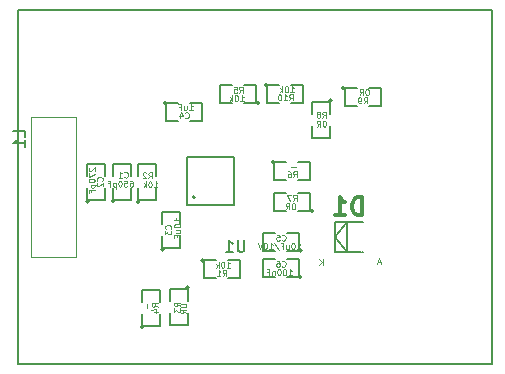
<source format=gbr>
G04 #@! TF.GenerationSoftware,KiCad,Pcbnew,(5.0.0-rc2-dev-130-g0bdae22af)*
G04 #@! TF.CreationDate,2018-03-09T09:21:28+01:00*
G04 #@! TF.ProjectId,LIGHTNING01A,4C494748544E494E473031412E6B6963,01A*
G04 #@! TF.SameCoordinates,Original*
G04 #@! TF.FileFunction,Legend,Bot*
G04 #@! TF.FilePolarity,Positive*
%FSLAX46Y46*%
G04 Gerber Fmt 4.6, Leading zero omitted, Abs format (unit mm)*
G04 Created by KiCad (PCBNEW (5.0.0-rc2-dev-130-g0bdae22af)) date 03/09/18 09:21:28*
%MOMM*%
%LPD*%
G01*
G04 APERTURE LIST*
%ADD10C,0.200000*%
%ADD11C,0.150000*%
%ADD12C,0.120000*%
%ADD13C,0.109220*%
%ADD14C,0.304800*%
%ADD15C,0.099060*%
G04 APERTURE END LIST*
D10*
X137160000Y-87630000D02*
X177292000Y-87630000D01*
X137160000Y-117602000D02*
X137160000Y-87630000D01*
X177292000Y-117602000D02*
X137160000Y-117602000D01*
X177292000Y-87630000D02*
X177292000Y-117602000D01*
D11*
X152129137Y-103508000D02*
G75*
G03X152129137Y-103508000I-113137J0D01*
G01*
X151416000Y-104108000D02*
X155416000Y-104108000D01*
X155416000Y-104108000D02*
X155416000Y-100108000D01*
X155416000Y-100108000D02*
X151416000Y-100108000D01*
X151416000Y-100108000D02*
X151416000Y-104108000D01*
X145161000Y-100647500D02*
X145161000Y-101663500D01*
X146685000Y-100647500D02*
X145161000Y-100647500D01*
X146685000Y-101663500D02*
X146685000Y-100647500D01*
X146685000Y-103695500D02*
X146685000Y-102679500D01*
X145161000Y-103695500D02*
X146685000Y-103695500D01*
X145161000Y-102679500D02*
X145161000Y-103695500D01*
X145288000Y-103822500D02*
G75*
G03X145288000Y-103822500I-127000J0D01*
G01*
X143002000Y-100647500D02*
X143002000Y-101663500D01*
X144526000Y-100647500D02*
X143002000Y-100647500D01*
X144526000Y-101663500D02*
X144526000Y-100647500D01*
X144526000Y-103695500D02*
X144526000Y-102679500D01*
X143002000Y-103695500D02*
X144526000Y-103695500D01*
X143002000Y-102679500D02*
X143002000Y-103695500D01*
X143129000Y-103822500D02*
G75*
G03X143129000Y-103822500I-127000J0D01*
G01*
X149352000Y-104711500D02*
X149352000Y-105727500D01*
X150876000Y-104711500D02*
X149352000Y-104711500D01*
X150876000Y-105727500D02*
X150876000Y-104711500D01*
X150876000Y-107759500D02*
X150876000Y-106743500D01*
X149352000Y-107759500D02*
X150876000Y-107759500D01*
X149352000Y-106743500D02*
X149352000Y-107759500D01*
X149479000Y-107886500D02*
G75*
G03X149479000Y-107886500I-127000J0D01*
G01*
X152717500Y-95504000D02*
X151701500Y-95504000D01*
X152717500Y-97028000D02*
X152717500Y-95504000D01*
X151701500Y-97028000D02*
X152717500Y-97028000D01*
X149669500Y-97028000D02*
X150685500Y-97028000D01*
X149669500Y-95504000D02*
X149669500Y-97028000D01*
X150685500Y-95504000D02*
X149669500Y-95504000D01*
X149669500Y-95504000D02*
G75*
G03X149669500Y-95504000I-127000J0D01*
G01*
X157861000Y-108013500D02*
X158877000Y-108013500D01*
X157861000Y-106489500D02*
X157861000Y-108013500D01*
X158877000Y-106489500D02*
X157861000Y-106489500D01*
X160909000Y-106489500D02*
X159893000Y-106489500D01*
X160909000Y-108013500D02*
X160909000Y-106489500D01*
X159893000Y-108013500D02*
X160909000Y-108013500D01*
X161163000Y-108013500D02*
G75*
G03X161163000Y-108013500I-127000J0D01*
G01*
X163951920Y-108120180D02*
X166199820Y-108120180D01*
X163951920Y-105620820D02*
X166301420Y-105620820D01*
X166250620Y-108120180D02*
X166349680Y-108120180D01*
X166250620Y-105620820D02*
X166349680Y-105620820D01*
X163951920Y-105620820D02*
X163951920Y-108120180D01*
X164950140Y-108120180D02*
X163951920Y-106870500D01*
X164950140Y-105620820D02*
X164950140Y-108120180D01*
X164000180Y-106870500D02*
X164950140Y-105620820D01*
D12*
X138244500Y-108516000D02*
X138244500Y-96716000D01*
X142044500Y-108516000D02*
X138244500Y-108516000D01*
X142044500Y-96716000D02*
X142044500Y-108516000D01*
X138244500Y-96716000D02*
X142044500Y-96716000D01*
D11*
X155892500Y-108839000D02*
X154876500Y-108839000D01*
X155892500Y-110363000D02*
X155892500Y-108839000D01*
X154876500Y-110363000D02*
X155892500Y-110363000D01*
X152844500Y-110363000D02*
X153860500Y-110363000D01*
X152844500Y-108839000D02*
X152844500Y-110363000D01*
X153860500Y-108839000D02*
X152844500Y-108839000D01*
X152844500Y-108839000D02*
G75*
G03X152844500Y-108839000I-127000J0D01*
G01*
X147320000Y-100711000D02*
X147320000Y-101727000D01*
X148844000Y-100711000D02*
X147320000Y-100711000D01*
X148844000Y-101727000D02*
X148844000Y-100711000D01*
X148844000Y-103759000D02*
X148844000Y-102743000D01*
X147320000Y-103759000D02*
X148844000Y-103759000D01*
X147320000Y-102743000D02*
X147320000Y-103759000D01*
X147447000Y-103886000D02*
G75*
G03X147447000Y-103886000I-127000J0D01*
G01*
X151511000Y-114300000D02*
X151511000Y-113284000D01*
X149987000Y-114300000D02*
X151511000Y-114300000D01*
X149987000Y-113284000D02*
X149987000Y-114300000D01*
X149987000Y-111252000D02*
X149987000Y-112268000D01*
X151511000Y-111252000D02*
X149987000Y-111252000D01*
X151511000Y-112268000D02*
X151511000Y-111252000D01*
X151638000Y-111125000D02*
G75*
G03X151638000Y-111125000I-127000J0D01*
G01*
X147637500Y-111315500D02*
X147637500Y-112331500D01*
X149161500Y-111315500D02*
X147637500Y-111315500D01*
X149161500Y-112331500D02*
X149161500Y-111315500D01*
X149161500Y-114363500D02*
X149161500Y-113347500D01*
X147637500Y-114363500D02*
X149161500Y-114363500D01*
X147637500Y-113347500D02*
X147637500Y-114363500D01*
X147764500Y-114490500D02*
G75*
G03X147764500Y-114490500I-127000J0D01*
G01*
X154241500Y-95504000D02*
X155257500Y-95504000D01*
X154241500Y-93980000D02*
X154241500Y-95504000D01*
X155257500Y-93980000D02*
X154241500Y-93980000D01*
X157289500Y-93980000D02*
X156273500Y-93980000D01*
X157289500Y-95504000D02*
X157289500Y-93980000D01*
X156273500Y-95504000D02*
X157289500Y-95504000D01*
X157543500Y-95504000D02*
G75*
G03X157543500Y-95504000I-127000J0D01*
G01*
X161861500Y-100495217D02*
X160845500Y-100495217D01*
X161861500Y-102019217D02*
X161861500Y-100495217D01*
X160845500Y-102019217D02*
X161861500Y-102019217D01*
X158813500Y-102019217D02*
X159829500Y-102019217D01*
X158813500Y-100495217D02*
X158813500Y-102019217D01*
X159829500Y-100495217D02*
X158813500Y-100495217D01*
X158813500Y-100495217D02*
G75*
G03X158813500Y-100495217I-127000J0D01*
G01*
X158813500Y-104648000D02*
X159829500Y-104648000D01*
X158813500Y-103124000D02*
X158813500Y-104648000D01*
X159829500Y-103124000D02*
X158813500Y-103124000D01*
X161861500Y-103124000D02*
X160845500Y-103124000D01*
X161861500Y-104648000D02*
X161861500Y-103124000D01*
X160845500Y-104648000D02*
X161861500Y-104648000D01*
X162115500Y-104648000D02*
G75*
G03X162115500Y-104648000I-127000J0D01*
G01*
X163576000Y-98488500D02*
X163576000Y-97472500D01*
X162052000Y-98488500D02*
X163576000Y-98488500D01*
X162052000Y-97472500D02*
X162052000Y-98488500D01*
X162052000Y-95440500D02*
X162052000Y-96456500D01*
X163576000Y-95440500D02*
X162052000Y-95440500D01*
X163576000Y-96456500D02*
X163576000Y-95440500D01*
X163703000Y-95313500D02*
G75*
G03X163703000Y-95313500I-127000J0D01*
G01*
X157861000Y-110236000D02*
X158877000Y-110236000D01*
X157861000Y-108712000D02*
X157861000Y-110236000D01*
X158877000Y-108712000D02*
X157861000Y-108712000D01*
X160909000Y-108712000D02*
X159893000Y-108712000D01*
X160909000Y-110236000D02*
X160909000Y-108712000D01*
X159893000Y-110236000D02*
X160909000Y-110236000D01*
X161163000Y-110236000D02*
G75*
G03X161163000Y-110236000I-127000J0D01*
G01*
X167830500Y-94234000D02*
X166814500Y-94234000D01*
X167830500Y-95758000D02*
X167830500Y-94234000D01*
X166814500Y-95758000D02*
X167830500Y-95758000D01*
X164782500Y-95758000D02*
X165798500Y-95758000D01*
X164782500Y-94234000D02*
X164782500Y-95758000D01*
X165798500Y-94234000D02*
X164782500Y-94234000D01*
X164782500Y-94234000D02*
G75*
G03X164782500Y-94234000I-127000J0D01*
G01*
X161290000Y-93980000D02*
X160274000Y-93980000D01*
X161290000Y-95504000D02*
X161290000Y-93980000D01*
X160274000Y-95504000D02*
X161290000Y-95504000D01*
X158242000Y-95504000D02*
X159258000Y-95504000D01*
X158242000Y-93980000D02*
X158242000Y-95504000D01*
X159258000Y-93980000D02*
X158242000Y-93980000D01*
X158242000Y-93980000D02*
G75*
G03X158242000Y-93980000I-127000J0D01*
G01*
X156297904Y-107130380D02*
X156297904Y-107939904D01*
X156250285Y-108035142D01*
X156202666Y-108082761D01*
X156107428Y-108130380D01*
X155916952Y-108130380D01*
X155821714Y-108082761D01*
X155774095Y-108035142D01*
X155726476Y-107939904D01*
X155726476Y-107130380D01*
X154726476Y-108130380D02*
X155297904Y-108130380D01*
X155012190Y-108130380D02*
X155012190Y-107130380D01*
X155107428Y-107273238D01*
X155202666Y-107368476D01*
X155297904Y-107416095D01*
D13*
X146133396Y-101778707D02*
X146157224Y-101802534D01*
X146228707Y-101826362D01*
X146276362Y-101826362D01*
X146347845Y-101802534D01*
X146395500Y-101754879D01*
X146419328Y-101707224D01*
X146443155Y-101611913D01*
X146443155Y-101540430D01*
X146419328Y-101445120D01*
X146395500Y-101397465D01*
X146347845Y-101349810D01*
X146276362Y-101325982D01*
X146228707Y-101325982D01*
X146157224Y-101349810D01*
X146133396Y-101373637D01*
X145656844Y-101826362D02*
X145942775Y-101826362D01*
X145799810Y-101826362D02*
X145799810Y-101325982D01*
X145847465Y-101397465D01*
X145895120Y-101445120D01*
X145942775Y-101468948D01*
X146618052Y-102087982D02*
X146713363Y-102087982D01*
X146761018Y-102111810D01*
X146784846Y-102135637D01*
X146832501Y-102207120D01*
X146856329Y-102302430D01*
X146856329Y-102493051D01*
X146832501Y-102540707D01*
X146808673Y-102564534D01*
X146761018Y-102588362D01*
X146665708Y-102588362D01*
X146618052Y-102564534D01*
X146594225Y-102540707D01*
X146570397Y-102493051D01*
X146570397Y-102373913D01*
X146594225Y-102326258D01*
X146618052Y-102302430D01*
X146665708Y-102278603D01*
X146761018Y-102278603D01*
X146808673Y-102302430D01*
X146832501Y-102326258D01*
X146856329Y-102373913D01*
X146117672Y-102087982D02*
X146355949Y-102087982D01*
X146379776Y-102326258D01*
X146355949Y-102302430D01*
X146308293Y-102278603D01*
X146189155Y-102278603D01*
X146141500Y-102302430D01*
X146117672Y-102326258D01*
X146093845Y-102373913D01*
X146093845Y-102493051D01*
X146117672Y-102540707D01*
X146141500Y-102564534D01*
X146189155Y-102588362D01*
X146308293Y-102588362D01*
X146355949Y-102564534D01*
X146379776Y-102540707D01*
X145784086Y-102087982D02*
X145736430Y-102087982D01*
X145688775Y-102111810D01*
X145664948Y-102135637D01*
X145641120Y-102183292D01*
X145617292Y-102278603D01*
X145617292Y-102397741D01*
X145641120Y-102493051D01*
X145664948Y-102540707D01*
X145688775Y-102564534D01*
X145736430Y-102588362D01*
X145784086Y-102588362D01*
X145831741Y-102564534D01*
X145855569Y-102540707D01*
X145879396Y-102493051D01*
X145903224Y-102397741D01*
X145903224Y-102278603D01*
X145879396Y-102183292D01*
X145855569Y-102135637D01*
X145831741Y-102111810D01*
X145784086Y-102087982D01*
X145402844Y-102254775D02*
X145402844Y-102755155D01*
X145402844Y-102278603D02*
X145355189Y-102254775D01*
X145259878Y-102254775D01*
X145212223Y-102278603D01*
X145188395Y-102302430D01*
X145164568Y-102350086D01*
X145164568Y-102493051D01*
X145188395Y-102540707D01*
X145212223Y-102564534D01*
X145259878Y-102588362D01*
X145355189Y-102588362D01*
X145402844Y-102564534D01*
X144783326Y-102326258D02*
X144950119Y-102326258D01*
X144950119Y-102588362D02*
X144950119Y-102087982D01*
X144711843Y-102087982D01*
X144260207Y-102088103D02*
X144284034Y-102064275D01*
X144307862Y-101992792D01*
X144307862Y-101945137D01*
X144284034Y-101873654D01*
X144236379Y-101825999D01*
X144188724Y-101802171D01*
X144093413Y-101778344D01*
X144021930Y-101778344D01*
X143926620Y-101802171D01*
X143878965Y-101825999D01*
X143831310Y-101873654D01*
X143807482Y-101945137D01*
X143807482Y-101992792D01*
X143831310Y-102064275D01*
X143855137Y-102088103D01*
X143855137Y-102278724D02*
X143831310Y-102302551D01*
X143807482Y-102350207D01*
X143807482Y-102469345D01*
X143831310Y-102517000D01*
X143855137Y-102540828D01*
X143902792Y-102564655D01*
X143950448Y-102564655D01*
X144021930Y-102540828D01*
X144307862Y-102254896D01*
X144307862Y-102564655D01*
X143156637Y-100984170D02*
X143132810Y-101007998D01*
X143108982Y-101055653D01*
X143108982Y-101174791D01*
X143132810Y-101222447D01*
X143156637Y-101246274D01*
X143204292Y-101270102D01*
X143251948Y-101270102D01*
X143323430Y-101246274D01*
X143609362Y-100960343D01*
X143609362Y-101270102D01*
X143108982Y-101436895D02*
X143108982Y-101770482D01*
X143609362Y-101556033D01*
X143108982Y-102056413D02*
X143108982Y-102104069D01*
X143132810Y-102151724D01*
X143156637Y-102175551D01*
X143204292Y-102199379D01*
X143299603Y-102223207D01*
X143418741Y-102223207D01*
X143514051Y-102199379D01*
X143561707Y-102175551D01*
X143585534Y-102151724D01*
X143609362Y-102104069D01*
X143609362Y-102056413D01*
X143585534Y-102008758D01*
X143561707Y-101984930D01*
X143514051Y-101961103D01*
X143418741Y-101937275D01*
X143299603Y-101937275D01*
X143204292Y-101961103D01*
X143156637Y-101984930D01*
X143132810Y-102008758D01*
X143108982Y-102056413D01*
X143275775Y-102437655D02*
X143776155Y-102437655D01*
X143299603Y-102437655D02*
X143275775Y-102485310D01*
X143275775Y-102580621D01*
X143299603Y-102628276D01*
X143323430Y-102652104D01*
X143371086Y-102675931D01*
X143514051Y-102675931D01*
X143561707Y-102652104D01*
X143585534Y-102628276D01*
X143609362Y-102580621D01*
X143609362Y-102485310D01*
X143585534Y-102437655D01*
X143347258Y-103057173D02*
X143347258Y-102890380D01*
X143609362Y-102890380D02*
X143108982Y-102890380D01*
X143108982Y-103128656D01*
X150038707Y-106152103D02*
X150062534Y-106128275D01*
X150086362Y-106056792D01*
X150086362Y-106009137D01*
X150062534Y-105937654D01*
X150014879Y-105889999D01*
X149967224Y-105866171D01*
X149871913Y-105842344D01*
X149800430Y-105842344D01*
X149705120Y-105866171D01*
X149657465Y-105889999D01*
X149609810Y-105937654D01*
X149585982Y-106009137D01*
X149585982Y-106056792D01*
X149609810Y-106128275D01*
X149633637Y-106152103D01*
X149585982Y-106318896D02*
X149585982Y-106628655D01*
X149776603Y-106461862D01*
X149776603Y-106533345D01*
X149800430Y-106581000D01*
X149824258Y-106604828D01*
X149871913Y-106628655D01*
X149991051Y-106628655D01*
X150038707Y-106604828D01*
X150062534Y-106581000D01*
X150086362Y-106533345D01*
X150086362Y-106390379D01*
X150062534Y-106342724D01*
X150038707Y-106318896D01*
X150848362Y-105572378D02*
X150848362Y-105286447D01*
X150848362Y-105429412D02*
X150347982Y-105429412D01*
X150419465Y-105381757D01*
X150467120Y-105334102D01*
X150490948Y-105286447D01*
X150347982Y-105882137D02*
X150347982Y-105929792D01*
X150371810Y-105977448D01*
X150395637Y-106001275D01*
X150443292Y-106025103D01*
X150538603Y-106048930D01*
X150657741Y-106048930D01*
X150753051Y-106025103D01*
X150800707Y-106001275D01*
X150824534Y-105977448D01*
X150848362Y-105929792D01*
X150848362Y-105882137D01*
X150824534Y-105834482D01*
X150800707Y-105810654D01*
X150753051Y-105786827D01*
X150657741Y-105762999D01*
X150538603Y-105762999D01*
X150443292Y-105786827D01*
X150395637Y-105810654D01*
X150371810Y-105834482D01*
X150347982Y-105882137D01*
X150514775Y-106477828D02*
X150848362Y-106477828D01*
X150514775Y-106263379D02*
X150776879Y-106263379D01*
X150824534Y-106287207D01*
X150848362Y-106334862D01*
X150848362Y-106406345D01*
X150824534Y-106454000D01*
X150800707Y-106477828D01*
X150586258Y-106882897D02*
X150586258Y-106716104D01*
X150848362Y-106716104D02*
X150347982Y-106716104D01*
X150347982Y-106954380D01*
X151276896Y-96762207D02*
X151300724Y-96786034D01*
X151372207Y-96809862D01*
X151419862Y-96809862D01*
X151491345Y-96786034D01*
X151539000Y-96738379D01*
X151562828Y-96690724D01*
X151586655Y-96595413D01*
X151586655Y-96523930D01*
X151562828Y-96428620D01*
X151539000Y-96380965D01*
X151491345Y-96333310D01*
X151419862Y-96309482D01*
X151372207Y-96309482D01*
X151300724Y-96333310D01*
X151276896Y-96357137D01*
X150847999Y-96476275D02*
X150847999Y-96809862D01*
X150967137Y-96285654D02*
X151086275Y-96643069D01*
X150776516Y-96643069D01*
X151618345Y-96111362D02*
X151904276Y-96111362D01*
X151761310Y-96111362D02*
X151761310Y-95610982D01*
X151808966Y-95682465D01*
X151856621Y-95730120D01*
X151904276Y-95753948D01*
X151189448Y-95777775D02*
X151189448Y-96111362D01*
X151403896Y-95777775D02*
X151403896Y-96039879D01*
X151380069Y-96087534D01*
X151332413Y-96111362D01*
X151260930Y-96111362D01*
X151213275Y-96087534D01*
X151189448Y-96063707D01*
X150784378Y-95849258D02*
X150951171Y-95849258D01*
X150951171Y-96111362D02*
X150951171Y-95610982D01*
X150712895Y-95610982D01*
X159468396Y-107112707D02*
X159492224Y-107136534D01*
X159563707Y-107160362D01*
X159611362Y-107160362D01*
X159682845Y-107136534D01*
X159730500Y-107088879D01*
X159754328Y-107041224D01*
X159778155Y-106945913D01*
X159778155Y-106874430D01*
X159754328Y-106779120D01*
X159730500Y-106731465D01*
X159682845Y-106683810D01*
X159611362Y-106659982D01*
X159563707Y-106659982D01*
X159492224Y-106683810D01*
X159468396Y-106707637D01*
X159015671Y-106659982D02*
X159253948Y-106659982D01*
X159277775Y-106898258D01*
X159253948Y-106874430D01*
X159206292Y-106850603D01*
X159087154Y-106850603D01*
X159039499Y-106874430D01*
X159015671Y-106898258D01*
X158991844Y-106945913D01*
X158991844Y-107065051D01*
X159015671Y-107112707D01*
X159039499Y-107136534D01*
X159087154Y-107160362D01*
X159206292Y-107160362D01*
X159253948Y-107136534D01*
X159277775Y-107112707D01*
X160747226Y-107858862D02*
X161033157Y-107858862D01*
X160890191Y-107858862D02*
X160890191Y-107358482D01*
X160937847Y-107429965D01*
X160985502Y-107477620D01*
X161033157Y-107501448D01*
X160437467Y-107358482D02*
X160389811Y-107358482D01*
X160342156Y-107382310D01*
X160318329Y-107406137D01*
X160294501Y-107453792D01*
X160270673Y-107549103D01*
X160270673Y-107668241D01*
X160294501Y-107763551D01*
X160318329Y-107811207D01*
X160342156Y-107835034D01*
X160389811Y-107858862D01*
X160437467Y-107858862D01*
X160485122Y-107835034D01*
X160508950Y-107811207D01*
X160532777Y-107763551D01*
X160556605Y-107668241D01*
X160556605Y-107549103D01*
X160532777Y-107453792D01*
X160508950Y-107406137D01*
X160485122Y-107382310D01*
X160437467Y-107358482D01*
X159841776Y-107525275D02*
X159841776Y-107858862D01*
X160056225Y-107525275D02*
X160056225Y-107787379D01*
X160032397Y-107835034D01*
X159984742Y-107858862D01*
X159913259Y-107858862D01*
X159865604Y-107835034D01*
X159841776Y-107811207D01*
X159436707Y-107596758D02*
X159603500Y-107596758D01*
X159603500Y-107858862D02*
X159603500Y-107358482D01*
X159365224Y-107358482D01*
X158817189Y-107334654D02*
X159246086Y-107978000D01*
X158388291Y-107858862D02*
X158674223Y-107858862D01*
X158531257Y-107858862D02*
X158531257Y-107358482D01*
X158578912Y-107429965D01*
X158626568Y-107477620D01*
X158674223Y-107501448D01*
X158078532Y-107358482D02*
X158030877Y-107358482D01*
X157983222Y-107382310D01*
X157959394Y-107406137D01*
X157935567Y-107453792D01*
X157911739Y-107549103D01*
X157911739Y-107668241D01*
X157935567Y-107763551D01*
X157959394Y-107811207D01*
X157983222Y-107835034D01*
X158030877Y-107858862D01*
X158078532Y-107858862D01*
X158126188Y-107835034D01*
X158150015Y-107811207D01*
X158173843Y-107763551D01*
X158197670Y-107668241D01*
X158197670Y-107549103D01*
X158173843Y-107453792D01*
X158150015Y-107406137D01*
X158126188Y-107382310D01*
X158078532Y-107358482D01*
X157768773Y-107358482D02*
X157601980Y-107858862D01*
X157435187Y-107358482D01*
D14*
X166275657Y-105019928D02*
X166275657Y-103495928D01*
X165912800Y-103495928D01*
X165695085Y-103568500D01*
X165549942Y-103713642D01*
X165477371Y-103858785D01*
X165404800Y-104149071D01*
X165404800Y-104366785D01*
X165477371Y-104657071D01*
X165549942Y-104802214D01*
X165695085Y-104947357D01*
X165912800Y-105019928D01*
X166275657Y-105019928D01*
X163953371Y-105019928D02*
X164824228Y-105019928D01*
X164388800Y-105019928D02*
X164388800Y-103495928D01*
X164533942Y-103713642D01*
X164679085Y-103858785D01*
X164824228Y-103931357D01*
D15*
X162932351Y-109245702D02*
X162932351Y-108745322D01*
X162646420Y-109245702D02*
X162860869Y-108959770D01*
X162646420Y-108745322D02*
X162932351Y-109031253D01*
X167820098Y-109003676D02*
X167581821Y-109003676D01*
X167867753Y-109146642D02*
X167700960Y-108646262D01*
X167534166Y-109146642D01*
D11*
X137696880Y-98349333D02*
X137696880Y-97873142D01*
X136696880Y-97873142D01*
X137696880Y-99206476D02*
X137696880Y-98635047D01*
X137696880Y-98920761D02*
X136696880Y-98920761D01*
X136839738Y-98825523D01*
X136934976Y-98730285D01*
X136982595Y-98635047D01*
D13*
X154451896Y-110144862D02*
X154618690Y-109906586D01*
X154737828Y-110144862D02*
X154737828Y-109644482D01*
X154547207Y-109644482D01*
X154499551Y-109668310D01*
X154475724Y-109692137D01*
X154451896Y-109739792D01*
X154451896Y-109811275D01*
X154475724Y-109858930D01*
X154499551Y-109882758D01*
X154547207Y-109906586D01*
X154737828Y-109906586D01*
X153975344Y-110144862D02*
X154261275Y-110144862D01*
X154118310Y-110144862D02*
X154118310Y-109644482D01*
X154165965Y-109715965D01*
X154213620Y-109763620D01*
X154261275Y-109787448D01*
X154793345Y-109446362D02*
X155079276Y-109446362D01*
X154936310Y-109446362D02*
X154936310Y-108945982D01*
X154983966Y-109017465D01*
X155031621Y-109065120D01*
X155079276Y-109088948D01*
X154483586Y-108945982D02*
X154435930Y-108945982D01*
X154388275Y-108969810D01*
X154364448Y-108993637D01*
X154340620Y-109041292D01*
X154316792Y-109136603D01*
X154316792Y-109255741D01*
X154340620Y-109351051D01*
X154364448Y-109398707D01*
X154388275Y-109422534D01*
X154435930Y-109446362D01*
X154483586Y-109446362D01*
X154531241Y-109422534D01*
X154555069Y-109398707D01*
X154578896Y-109351051D01*
X154602724Y-109255741D01*
X154602724Y-109136603D01*
X154578896Y-109041292D01*
X154555069Y-108993637D01*
X154531241Y-108969810D01*
X154483586Y-108945982D01*
X154102344Y-109446362D02*
X154102344Y-108945982D01*
X154054689Y-109255741D02*
X153911723Y-109446362D01*
X153911723Y-109112775D02*
X154102344Y-109303396D01*
X148165396Y-101889862D02*
X148332190Y-101651586D01*
X148451328Y-101889862D02*
X148451328Y-101389482D01*
X148260707Y-101389482D01*
X148213051Y-101413310D01*
X148189224Y-101437137D01*
X148165396Y-101484792D01*
X148165396Y-101556275D01*
X148189224Y-101603930D01*
X148213051Y-101627758D01*
X148260707Y-101651586D01*
X148451328Y-101651586D01*
X147974775Y-101437137D02*
X147950948Y-101413310D01*
X147903292Y-101389482D01*
X147784154Y-101389482D01*
X147736499Y-101413310D01*
X147712671Y-101437137D01*
X147688844Y-101484792D01*
X147688844Y-101532448D01*
X147712671Y-101603930D01*
X147998603Y-101889862D01*
X147688844Y-101889862D01*
X148633845Y-102651862D02*
X148919776Y-102651862D01*
X148776810Y-102651862D02*
X148776810Y-102151482D01*
X148824466Y-102222965D01*
X148872121Y-102270620D01*
X148919776Y-102294448D01*
X148324086Y-102151482D02*
X148276430Y-102151482D01*
X148228775Y-102175310D01*
X148204948Y-102199137D01*
X148181120Y-102246792D01*
X148157292Y-102342103D01*
X148157292Y-102461241D01*
X148181120Y-102556551D01*
X148204948Y-102604207D01*
X148228775Y-102628034D01*
X148276430Y-102651862D01*
X148324086Y-102651862D01*
X148371741Y-102628034D01*
X148395569Y-102604207D01*
X148419396Y-102556551D01*
X148443224Y-102461241D01*
X148443224Y-102342103D01*
X148419396Y-102246792D01*
X148395569Y-102199137D01*
X148371741Y-102175310D01*
X148324086Y-102151482D01*
X147942844Y-102651862D02*
X147942844Y-102151482D01*
X147895189Y-102461241D02*
X147752223Y-102651862D01*
X147752223Y-102318275D02*
X147942844Y-102508896D01*
X150848362Y-112692603D02*
X150610086Y-112525810D01*
X150848362Y-112406671D02*
X150347982Y-112406671D01*
X150347982Y-112597292D01*
X150371810Y-112644948D01*
X150395637Y-112668775D01*
X150443292Y-112692603D01*
X150514775Y-112692603D01*
X150562430Y-112668775D01*
X150586258Y-112644948D01*
X150610086Y-112597292D01*
X150610086Y-112406671D01*
X150347982Y-112859396D02*
X150347982Y-113169155D01*
X150538603Y-113002362D01*
X150538603Y-113073845D01*
X150562430Y-113121500D01*
X150586258Y-113145328D01*
X150633913Y-113169155D01*
X150753051Y-113169155D01*
X150800707Y-113145328D01*
X150824534Y-113121500D01*
X150848362Y-113073845D01*
X150848362Y-112930879D01*
X150824534Y-112883224D01*
X150800707Y-112859396D01*
X150855982Y-112628982D02*
X150855982Y-112676637D01*
X150879810Y-112724292D01*
X150903637Y-112748120D01*
X150951292Y-112771948D01*
X151046603Y-112795775D01*
X151165741Y-112795775D01*
X151261051Y-112771948D01*
X151308707Y-112748120D01*
X151332534Y-112724292D01*
X151356362Y-112676637D01*
X151356362Y-112628982D01*
X151332534Y-112581327D01*
X151308707Y-112557499D01*
X151261051Y-112533671D01*
X151165741Y-112509844D01*
X151046603Y-112509844D01*
X150951292Y-112533671D01*
X150903637Y-112557499D01*
X150879810Y-112581327D01*
X150855982Y-112628982D01*
X151356362Y-113296155D02*
X151118086Y-113129362D01*
X151356362Y-113010224D02*
X150855982Y-113010224D01*
X150855982Y-113200845D01*
X150879810Y-113248500D01*
X150903637Y-113272328D01*
X150951292Y-113296155D01*
X151022775Y-113296155D01*
X151070430Y-113272328D01*
X151094258Y-113248500D01*
X151118086Y-113200845D01*
X151118086Y-113010224D01*
X148943362Y-112756103D02*
X148705086Y-112589310D01*
X148943362Y-112470171D02*
X148442982Y-112470171D01*
X148442982Y-112660792D01*
X148466810Y-112708448D01*
X148490637Y-112732275D01*
X148538292Y-112756103D01*
X148609775Y-112756103D01*
X148657430Y-112732275D01*
X148681258Y-112708448D01*
X148705086Y-112660792D01*
X148705086Y-112470171D01*
X148609775Y-113185000D02*
X148943362Y-113185000D01*
X148419154Y-113065862D02*
X148776569Y-112946724D01*
X148776569Y-113256483D01*
X148054241Y-112521879D02*
X148054241Y-112903120D01*
X155848896Y-94650862D02*
X156015690Y-94412586D01*
X156134828Y-94650862D02*
X156134828Y-94150482D01*
X155944207Y-94150482D01*
X155896551Y-94174310D01*
X155872724Y-94198137D01*
X155848896Y-94245792D01*
X155848896Y-94317275D01*
X155872724Y-94364930D01*
X155896551Y-94388758D01*
X155944207Y-94412586D01*
X156134828Y-94412586D01*
X155396171Y-94150482D02*
X155634448Y-94150482D01*
X155658275Y-94388758D01*
X155634448Y-94364930D01*
X155586792Y-94341103D01*
X155467654Y-94341103D01*
X155419999Y-94364930D01*
X155396171Y-94388758D01*
X155372344Y-94436413D01*
X155372344Y-94555551D01*
X155396171Y-94603207D01*
X155419999Y-94627034D01*
X155467654Y-94650862D01*
X155586792Y-94650862D01*
X155634448Y-94627034D01*
X155658275Y-94603207D01*
X155936345Y-95349362D02*
X156222276Y-95349362D01*
X156079310Y-95349362D02*
X156079310Y-94848982D01*
X156126966Y-94920465D01*
X156174621Y-94968120D01*
X156222276Y-94991948D01*
X155626586Y-94848982D02*
X155578930Y-94848982D01*
X155531275Y-94872810D01*
X155507448Y-94896637D01*
X155483620Y-94944292D01*
X155459792Y-95039603D01*
X155459792Y-95158741D01*
X155483620Y-95254051D01*
X155507448Y-95301707D01*
X155531275Y-95325534D01*
X155578930Y-95349362D01*
X155626586Y-95349362D01*
X155674241Y-95325534D01*
X155698069Y-95301707D01*
X155721896Y-95254051D01*
X155745724Y-95158741D01*
X155745724Y-95039603D01*
X155721896Y-94944292D01*
X155698069Y-94896637D01*
X155674241Y-94872810D01*
X155626586Y-94848982D01*
X155245344Y-95349362D02*
X155245344Y-94848982D01*
X155197689Y-95158741D02*
X155054723Y-95349362D01*
X155054723Y-95015775D02*
X155245344Y-95206396D01*
X160420896Y-101801079D02*
X160587690Y-101562803D01*
X160706828Y-101801079D02*
X160706828Y-101300699D01*
X160516207Y-101300699D01*
X160468551Y-101324527D01*
X160444724Y-101348354D01*
X160420896Y-101396009D01*
X160420896Y-101467492D01*
X160444724Y-101515147D01*
X160468551Y-101538975D01*
X160516207Y-101562803D01*
X160706828Y-101562803D01*
X159991999Y-101300699D02*
X160087310Y-101300699D01*
X160134965Y-101324527D01*
X160158792Y-101348354D01*
X160206448Y-101419837D01*
X160230275Y-101515147D01*
X160230275Y-101705768D01*
X160206448Y-101753424D01*
X160182620Y-101777251D01*
X160134965Y-101801079D01*
X160039654Y-101801079D01*
X159991999Y-101777251D01*
X159968171Y-101753424D01*
X159944344Y-101705768D01*
X159944344Y-101586630D01*
X159968171Y-101538975D01*
X159991999Y-101515147D01*
X160039654Y-101491320D01*
X160134965Y-101491320D01*
X160182620Y-101515147D01*
X160206448Y-101538975D01*
X160230275Y-101586630D01*
X160655120Y-100911958D02*
X160273879Y-100911958D01*
X160420896Y-103794862D02*
X160587690Y-103556586D01*
X160706828Y-103794862D02*
X160706828Y-103294482D01*
X160516207Y-103294482D01*
X160468551Y-103318310D01*
X160444724Y-103342137D01*
X160420896Y-103389792D01*
X160420896Y-103461275D01*
X160444724Y-103508930D01*
X160468551Y-103532758D01*
X160516207Y-103556586D01*
X160706828Y-103556586D01*
X160254103Y-103294482D02*
X159920516Y-103294482D01*
X160134965Y-103794862D01*
X160484517Y-103992982D02*
X160436862Y-103992982D01*
X160389207Y-104016810D01*
X160365379Y-104040637D01*
X160341551Y-104088292D01*
X160317724Y-104183603D01*
X160317724Y-104302741D01*
X160341551Y-104398051D01*
X160365379Y-104445707D01*
X160389207Y-104469534D01*
X160436862Y-104493362D01*
X160484517Y-104493362D01*
X160532172Y-104469534D01*
X160556000Y-104445707D01*
X160579828Y-104398051D01*
X160603655Y-104302741D01*
X160603655Y-104183603D01*
X160579828Y-104088292D01*
X160556000Y-104040637D01*
X160532172Y-104016810D01*
X160484517Y-103992982D01*
X159817344Y-104493362D02*
X159984137Y-104255086D01*
X160103275Y-104493362D02*
X160103275Y-103992982D01*
X159912654Y-103992982D01*
X159864999Y-104016810D01*
X159841171Y-104040637D01*
X159817344Y-104088292D01*
X159817344Y-104159775D01*
X159841171Y-104207430D01*
X159864999Y-104231258D01*
X159912654Y-104255086D01*
X160103275Y-104255086D01*
X162897396Y-96746362D02*
X163064190Y-96508086D01*
X163183328Y-96746362D02*
X163183328Y-96245982D01*
X162992707Y-96245982D01*
X162945051Y-96269810D01*
X162921224Y-96293637D01*
X162897396Y-96341292D01*
X162897396Y-96412775D01*
X162921224Y-96460430D01*
X162945051Y-96484258D01*
X162992707Y-96508086D01*
X163183328Y-96508086D01*
X162611465Y-96460430D02*
X162659120Y-96436603D01*
X162682948Y-96412775D01*
X162706775Y-96365120D01*
X162706775Y-96341292D01*
X162682948Y-96293637D01*
X162659120Y-96269810D01*
X162611465Y-96245982D01*
X162516154Y-96245982D01*
X162468499Y-96269810D01*
X162444671Y-96293637D01*
X162420844Y-96341292D01*
X162420844Y-96365120D01*
X162444671Y-96412775D01*
X162468499Y-96436603D01*
X162516154Y-96460430D01*
X162611465Y-96460430D01*
X162659120Y-96484258D01*
X162682948Y-96508086D01*
X162706775Y-96555741D01*
X162706775Y-96651051D01*
X162682948Y-96698707D01*
X162659120Y-96722534D01*
X162611465Y-96746362D01*
X162516154Y-96746362D01*
X162468499Y-96722534D01*
X162444671Y-96698707D01*
X162420844Y-96651051D01*
X162420844Y-96555741D01*
X162444671Y-96508086D01*
X162468499Y-96484258D01*
X162516154Y-96460430D01*
X163088017Y-97007982D02*
X163040362Y-97007982D01*
X162992707Y-97031810D01*
X162968879Y-97055637D01*
X162945051Y-97103292D01*
X162921224Y-97198603D01*
X162921224Y-97317741D01*
X162945051Y-97413051D01*
X162968879Y-97460707D01*
X162992707Y-97484534D01*
X163040362Y-97508362D01*
X163088017Y-97508362D01*
X163135672Y-97484534D01*
X163159500Y-97460707D01*
X163183328Y-97413051D01*
X163207155Y-97317741D01*
X163207155Y-97198603D01*
X163183328Y-97103292D01*
X163159500Y-97055637D01*
X163135672Y-97031810D01*
X163088017Y-97007982D01*
X162420844Y-97508362D02*
X162587637Y-97270086D01*
X162706775Y-97508362D02*
X162706775Y-97007982D01*
X162516154Y-97007982D01*
X162468499Y-97031810D01*
X162444671Y-97055637D01*
X162420844Y-97103292D01*
X162420844Y-97174775D01*
X162444671Y-97222430D01*
X162468499Y-97246258D01*
X162516154Y-97270086D01*
X162706775Y-97270086D01*
X159468396Y-109335207D02*
X159492224Y-109359034D01*
X159563707Y-109382862D01*
X159611362Y-109382862D01*
X159682845Y-109359034D01*
X159730500Y-109311379D01*
X159754328Y-109263724D01*
X159778155Y-109168413D01*
X159778155Y-109096930D01*
X159754328Y-109001620D01*
X159730500Y-108953965D01*
X159682845Y-108906310D01*
X159611362Y-108882482D01*
X159563707Y-108882482D01*
X159492224Y-108906310D01*
X159468396Y-108930137D01*
X159039499Y-108882482D02*
X159134810Y-108882482D01*
X159182465Y-108906310D01*
X159206292Y-108930137D01*
X159253948Y-109001620D01*
X159277775Y-109096930D01*
X159277775Y-109287551D01*
X159253948Y-109335207D01*
X159230120Y-109359034D01*
X159182465Y-109382862D01*
X159087154Y-109382862D01*
X159039499Y-109359034D01*
X159015671Y-109335207D01*
X158991844Y-109287551D01*
X158991844Y-109168413D01*
X159015671Y-109120758D01*
X159039499Y-109096930D01*
X159087154Y-109073103D01*
X159182465Y-109073103D01*
X159230120Y-109096930D01*
X159253948Y-109120758D01*
X159277775Y-109168413D01*
X160032397Y-110081362D02*
X160318329Y-110081362D01*
X160175363Y-110081362D02*
X160175363Y-109580982D01*
X160223018Y-109652465D01*
X160270673Y-109700120D01*
X160318329Y-109723948D01*
X159722638Y-109580982D02*
X159674983Y-109580982D01*
X159627328Y-109604810D01*
X159603500Y-109628637D01*
X159579672Y-109676292D01*
X159555845Y-109771603D01*
X159555845Y-109890741D01*
X159579672Y-109986051D01*
X159603500Y-110033707D01*
X159627328Y-110057534D01*
X159674983Y-110081362D01*
X159722638Y-110081362D01*
X159770293Y-110057534D01*
X159794121Y-110033707D01*
X159817949Y-109986051D01*
X159841776Y-109890741D01*
X159841776Y-109771603D01*
X159817949Y-109676292D01*
X159794121Y-109628637D01*
X159770293Y-109604810D01*
X159722638Y-109580982D01*
X159246086Y-109580982D02*
X159198430Y-109580982D01*
X159150775Y-109604810D01*
X159126948Y-109628637D01*
X159103120Y-109676292D01*
X159079292Y-109771603D01*
X159079292Y-109890741D01*
X159103120Y-109986051D01*
X159126948Y-110033707D01*
X159150775Y-110057534D01*
X159198430Y-110081362D01*
X159246086Y-110081362D01*
X159293741Y-110057534D01*
X159317569Y-110033707D01*
X159341396Y-109986051D01*
X159365224Y-109890741D01*
X159365224Y-109771603D01*
X159341396Y-109676292D01*
X159317569Y-109628637D01*
X159293741Y-109604810D01*
X159246086Y-109580982D01*
X158864844Y-109747775D02*
X158864844Y-110081362D01*
X158864844Y-109795430D02*
X158841016Y-109771603D01*
X158793361Y-109747775D01*
X158721878Y-109747775D01*
X158674223Y-109771603D01*
X158650395Y-109819258D01*
X158650395Y-110081362D01*
X158245326Y-109819258D02*
X158412119Y-109819258D01*
X158412119Y-110081362D02*
X158412119Y-109580982D01*
X158173843Y-109580982D01*
X166389896Y-95539862D02*
X166556690Y-95301586D01*
X166675828Y-95539862D02*
X166675828Y-95039482D01*
X166485207Y-95039482D01*
X166437551Y-95063310D01*
X166413724Y-95087137D01*
X166389896Y-95134792D01*
X166389896Y-95206275D01*
X166413724Y-95253930D01*
X166437551Y-95277758D01*
X166485207Y-95301586D01*
X166675828Y-95301586D01*
X166151620Y-95539862D02*
X166056310Y-95539862D01*
X166008654Y-95516034D01*
X165984827Y-95492207D01*
X165937171Y-95420724D01*
X165913344Y-95325413D01*
X165913344Y-95134792D01*
X165937171Y-95087137D01*
X165960999Y-95063310D01*
X166008654Y-95039482D01*
X166103965Y-95039482D01*
X166151620Y-95063310D01*
X166175448Y-95087137D01*
X166199275Y-95134792D01*
X166199275Y-95253930D01*
X166175448Y-95301586D01*
X166151620Y-95325413D01*
X166103965Y-95349241D01*
X166008654Y-95349241D01*
X165960999Y-95325413D01*
X165937171Y-95301586D01*
X165913344Y-95253930D01*
X166707517Y-94340982D02*
X166659862Y-94340982D01*
X166612207Y-94364810D01*
X166588379Y-94388637D01*
X166564551Y-94436292D01*
X166540724Y-94531603D01*
X166540724Y-94650741D01*
X166564551Y-94746051D01*
X166588379Y-94793707D01*
X166612207Y-94817534D01*
X166659862Y-94841362D01*
X166707517Y-94841362D01*
X166755172Y-94817534D01*
X166779000Y-94793707D01*
X166802828Y-94746051D01*
X166826655Y-94650741D01*
X166826655Y-94531603D01*
X166802828Y-94436292D01*
X166779000Y-94388637D01*
X166755172Y-94364810D01*
X166707517Y-94340982D01*
X166040344Y-94841362D02*
X166207137Y-94603086D01*
X166326275Y-94841362D02*
X166326275Y-94340982D01*
X166135654Y-94340982D01*
X166087999Y-94364810D01*
X166064171Y-94388637D01*
X166040344Y-94436292D01*
X166040344Y-94507775D01*
X166064171Y-94555430D01*
X166087999Y-94579258D01*
X166135654Y-94603086D01*
X166326275Y-94603086D01*
X160087672Y-95285862D02*
X160254466Y-95047586D01*
X160373604Y-95285862D02*
X160373604Y-94785482D01*
X160182983Y-94785482D01*
X160135328Y-94809310D01*
X160111500Y-94833137D01*
X160087672Y-94880792D01*
X160087672Y-94952275D01*
X160111500Y-94999930D01*
X160135328Y-95023758D01*
X160182983Y-95047586D01*
X160373604Y-95047586D01*
X159611120Y-95285862D02*
X159897051Y-95285862D01*
X159754086Y-95285862D02*
X159754086Y-94785482D01*
X159801741Y-94856965D01*
X159849396Y-94904620D01*
X159897051Y-94928448D01*
X159301361Y-94785482D02*
X159253706Y-94785482D01*
X159206050Y-94809310D01*
X159182223Y-94833137D01*
X159158395Y-94880792D01*
X159134568Y-94976103D01*
X159134568Y-95095241D01*
X159158395Y-95190551D01*
X159182223Y-95238207D01*
X159206050Y-95262034D01*
X159253706Y-95285862D01*
X159301361Y-95285862D01*
X159349016Y-95262034D01*
X159372844Y-95238207D01*
X159396671Y-95190551D01*
X159420499Y-95095241D01*
X159420499Y-94976103D01*
X159396671Y-94880792D01*
X159372844Y-94833137D01*
X159349016Y-94809310D01*
X159301361Y-94785482D01*
X160190845Y-94587362D02*
X160476776Y-94587362D01*
X160333810Y-94587362D02*
X160333810Y-94086982D01*
X160381466Y-94158465D01*
X160429121Y-94206120D01*
X160476776Y-94229948D01*
X159881086Y-94086982D02*
X159833430Y-94086982D01*
X159785775Y-94110810D01*
X159761948Y-94134637D01*
X159738120Y-94182292D01*
X159714292Y-94277603D01*
X159714292Y-94396741D01*
X159738120Y-94492051D01*
X159761948Y-94539707D01*
X159785775Y-94563534D01*
X159833430Y-94587362D01*
X159881086Y-94587362D01*
X159928741Y-94563534D01*
X159952569Y-94539707D01*
X159976396Y-94492051D01*
X160000224Y-94396741D01*
X160000224Y-94277603D01*
X159976396Y-94182292D01*
X159952569Y-94134637D01*
X159928741Y-94110810D01*
X159881086Y-94086982D01*
X159499844Y-94587362D02*
X159499844Y-94086982D01*
X159452189Y-94396741D02*
X159309223Y-94587362D01*
X159309223Y-94253775D02*
X159499844Y-94444396D01*
M02*

</source>
